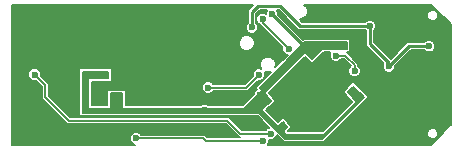
<source format=gbl>
G04 (created by PCBNEW (2013-07-07 BZR 4022)-stable) date 15/02/2015 15:21:00*
%MOIN*%
G04 Gerber Fmt 3.4, Leading zero omitted, Abs format*
%FSLAX34Y34*%
G01*
G70*
G90*
G04 APERTURE LIST*
%ADD10C,0.00590551*%
%ADD11C,0.024*%
%ADD12C,0.023622*%
%ADD13C,0.01*%
%ADD14C,0.00598425*%
G04 APERTURE END LIST*
G54D10*
G54D11*
X34842Y-17322D03*
X35826Y-19881D03*
X40551Y-19094D03*
X32795Y-17913D03*
X27874Y-20157D03*
X29094Y-19960D03*
X29645Y-19960D03*
X29488Y-18582D03*
X29488Y-18149D03*
X29173Y-18897D03*
X31141Y-17519D03*
X31220Y-17125D03*
X31181Y-17913D03*
X34015Y-18937D03*
X33188Y-19960D03*
X41181Y-19094D03*
X41023Y-20118D03*
X29055Y-16456D03*
X37283Y-18779D03*
X36889Y-19173D03*
X37677Y-19173D03*
X37677Y-18385D03*
X36889Y-18385D03*
X37283Y-17992D03*
X37283Y-19566D03*
X38070Y-18779D03*
X36496Y-18779D03*
X29527Y-19370D03*
X38385Y-20000D03*
X40433Y-17007D03*
X41023Y-16181D03*
G54D12*
X30905Y-18937D03*
X33858Y-19330D03*
X29881Y-18188D03*
X37283Y-17204D03*
X36102Y-16141D03*
X38346Y-17204D03*
X38818Y-18740D03*
X35708Y-18818D03*
X36377Y-19960D03*
X35433Y-16574D03*
X39370Y-16535D03*
X41338Y-17204D03*
X40000Y-17874D03*
X36062Y-20118D03*
X28188Y-18149D03*
X38228Y-17519D03*
X38858Y-18031D03*
X35669Y-18149D03*
X33976Y-18582D03*
X35787Y-16299D03*
X36653Y-17283D03*
X39251Y-18149D03*
X31574Y-20275D03*
X35787Y-20354D03*
G54D13*
X37283Y-17204D02*
X37165Y-17204D01*
X37165Y-17204D02*
X36102Y-16141D01*
X37047Y-16535D02*
X38779Y-16535D01*
X37047Y-16535D02*
X36377Y-15866D01*
X36377Y-15866D02*
X35629Y-15866D01*
X35629Y-15866D02*
X35433Y-16062D01*
X35433Y-16062D02*
X35433Y-16574D01*
X38779Y-16535D02*
X39370Y-16535D01*
X38779Y-16535D02*
X38779Y-16535D01*
X40000Y-17874D02*
X40000Y-17755D01*
X39370Y-17125D02*
X39370Y-16535D01*
X40000Y-17755D02*
X39370Y-17125D01*
X40669Y-17204D02*
X41338Y-17204D01*
X40000Y-17874D02*
X40669Y-17204D01*
G54D14*
X29330Y-19685D02*
X34606Y-19685D01*
X35039Y-20118D02*
X36062Y-20118D01*
X34606Y-19685D02*
X35039Y-20118D01*
X28188Y-18149D02*
X28543Y-18503D01*
X29330Y-19685D02*
X28543Y-18897D01*
X28543Y-18897D02*
X28543Y-18503D01*
X38228Y-17519D02*
X38543Y-17519D01*
X38543Y-17519D02*
X38858Y-17834D01*
X38858Y-18031D02*
X38858Y-17834D01*
X35236Y-18582D02*
X35669Y-18149D01*
X33976Y-18582D02*
X35236Y-18582D01*
X35787Y-16417D02*
X35787Y-16299D01*
X36653Y-17283D02*
X35787Y-16417D01*
X33897Y-20354D02*
X35787Y-20354D01*
X31574Y-20275D02*
X33818Y-20275D01*
X33818Y-20275D02*
X33897Y-20354D01*
G54D10*
G36*
X36633Y-17491D02*
X36214Y-17910D01*
X36232Y-17866D01*
X36232Y-17760D01*
X36192Y-17662D01*
X36117Y-17586D01*
X36019Y-17546D01*
X35912Y-17546D01*
X35814Y-17586D01*
X35739Y-17661D01*
X35698Y-17759D01*
X35698Y-17865D01*
X35734Y-17951D01*
X35710Y-17941D01*
X35628Y-17941D01*
X35551Y-17973D01*
X35525Y-17999D01*
X35525Y-17053D01*
X35485Y-16954D01*
X35410Y-16879D01*
X35311Y-16839D01*
X35205Y-16838D01*
X35107Y-16879D01*
X35032Y-16954D01*
X34991Y-17052D01*
X34991Y-17158D01*
X35032Y-17256D01*
X35107Y-17332D01*
X35205Y-17372D01*
X35311Y-17372D01*
X35409Y-17332D01*
X35484Y-17257D01*
X35525Y-17159D01*
X35525Y-17053D01*
X35525Y-17999D01*
X35493Y-18031D01*
X35461Y-18108D01*
X35461Y-18188D01*
X35186Y-18462D01*
X34150Y-18462D01*
X34094Y-18406D01*
X34017Y-18374D01*
X33935Y-18374D01*
X33858Y-18406D01*
X33800Y-18464D01*
X33768Y-18541D01*
X33768Y-18623D01*
X33800Y-18700D01*
X33858Y-18758D01*
X33934Y-18790D01*
X34017Y-18790D01*
X34093Y-18759D01*
X34150Y-18702D01*
X35236Y-18702D01*
X35236Y-18702D01*
X35282Y-18693D01*
X35282Y-18693D01*
X35320Y-18667D01*
X35630Y-18357D01*
X35710Y-18357D01*
X35786Y-18325D01*
X35845Y-18267D01*
X35877Y-18191D01*
X35877Y-18108D01*
X35855Y-18056D01*
X35912Y-18079D01*
X36018Y-18079D01*
X36063Y-18061D01*
X35542Y-18582D01*
X35598Y-18639D01*
X35591Y-18642D01*
X35532Y-18700D01*
X35500Y-18777D01*
X35500Y-18781D01*
X35120Y-19162D01*
X33983Y-19162D01*
X33976Y-19154D01*
X33899Y-19122D01*
X33817Y-19122D01*
X33740Y-19154D01*
X33732Y-19162D01*
X31231Y-19162D01*
X31231Y-18650D01*
X30618Y-18650D01*
X30618Y-19162D01*
X30089Y-19162D01*
X30089Y-18396D01*
X30759Y-18396D01*
X30759Y-17941D01*
X29674Y-17941D01*
X29674Y-18189D01*
X29673Y-18230D01*
X29674Y-18230D01*
X29674Y-19538D01*
X33858Y-19538D01*
X33899Y-19538D01*
X33899Y-19538D01*
X35632Y-19538D01*
X36009Y-19915D01*
X35945Y-19941D01*
X35888Y-19998D01*
X35088Y-19998D01*
X34690Y-19600D01*
X34652Y-19574D01*
X34606Y-19565D01*
X29380Y-19565D01*
X28662Y-18848D01*
X28662Y-18503D01*
X28653Y-18458D01*
X28653Y-18458D01*
X28640Y-18438D01*
X28627Y-18419D01*
X28627Y-18419D01*
X28396Y-18188D01*
X28396Y-18108D01*
X28365Y-18032D01*
X28306Y-17973D01*
X28230Y-17941D01*
X28147Y-17941D01*
X28071Y-17973D01*
X28012Y-18031D01*
X27981Y-18108D01*
X27981Y-18190D01*
X28012Y-18267D01*
X28071Y-18325D01*
X28147Y-18357D01*
X28227Y-18357D01*
X28423Y-18553D01*
X28423Y-18897D01*
X28432Y-18943D01*
X28458Y-18982D01*
X29246Y-19769D01*
X29246Y-19769D01*
X29265Y-19782D01*
X29284Y-19795D01*
X29284Y-19795D01*
X29330Y-19804D01*
X34556Y-19804D01*
X34954Y-20202D01*
X34954Y-20202D01*
X34993Y-20228D01*
X35023Y-20234D01*
X33947Y-20234D01*
X33903Y-20190D01*
X33864Y-20165D01*
X33818Y-20155D01*
X31749Y-20155D01*
X31692Y-20099D01*
X31616Y-20067D01*
X31533Y-20067D01*
X31457Y-20099D01*
X31398Y-20157D01*
X31366Y-20234D01*
X31366Y-20316D01*
X31398Y-20393D01*
X31456Y-20451D01*
X31527Y-20481D01*
X27432Y-20481D01*
X27432Y-15818D01*
X33582Y-15818D01*
X35480Y-15818D01*
X35334Y-15964D01*
X35303Y-16009D01*
X35293Y-16062D01*
X35293Y-16420D01*
X35256Y-16456D01*
X35225Y-16533D01*
X35225Y-16615D01*
X35256Y-16692D01*
X35315Y-16750D01*
X35391Y-16782D01*
X35474Y-16782D01*
X35550Y-16751D01*
X35609Y-16692D01*
X35640Y-16616D01*
X35640Y-16533D01*
X35609Y-16457D01*
X35572Y-16420D01*
X35572Y-16120D01*
X35687Y-16005D01*
X35944Y-16005D01*
X35926Y-16023D01*
X35894Y-16100D01*
X35894Y-16118D01*
X35828Y-16091D01*
X35746Y-16091D01*
X35669Y-16122D01*
X35611Y-16181D01*
X35579Y-16257D01*
X35579Y-16340D01*
X35611Y-16416D01*
X35669Y-16475D01*
X35690Y-16484D01*
X35690Y-16484D01*
X35702Y-16501D01*
X36445Y-17244D01*
X36445Y-17324D01*
X36477Y-17401D01*
X36535Y-17459D01*
X36612Y-17491D01*
X36633Y-17491D01*
X36633Y-17491D01*
G37*
G54D14*
X36633Y-17491D02*
X36214Y-17910D01*
X36232Y-17866D01*
X36232Y-17760D01*
X36192Y-17662D01*
X36117Y-17586D01*
X36019Y-17546D01*
X35912Y-17546D01*
X35814Y-17586D01*
X35739Y-17661D01*
X35698Y-17759D01*
X35698Y-17865D01*
X35734Y-17951D01*
X35710Y-17941D01*
X35628Y-17941D01*
X35551Y-17973D01*
X35525Y-17999D01*
X35525Y-17053D01*
X35485Y-16954D01*
X35410Y-16879D01*
X35311Y-16839D01*
X35205Y-16838D01*
X35107Y-16879D01*
X35032Y-16954D01*
X34991Y-17052D01*
X34991Y-17158D01*
X35032Y-17256D01*
X35107Y-17332D01*
X35205Y-17372D01*
X35311Y-17372D01*
X35409Y-17332D01*
X35484Y-17257D01*
X35525Y-17159D01*
X35525Y-17053D01*
X35525Y-17999D01*
X35493Y-18031D01*
X35461Y-18108D01*
X35461Y-18188D01*
X35186Y-18462D01*
X34150Y-18462D01*
X34094Y-18406D01*
X34017Y-18374D01*
X33935Y-18374D01*
X33858Y-18406D01*
X33800Y-18464D01*
X33768Y-18541D01*
X33768Y-18623D01*
X33800Y-18700D01*
X33858Y-18758D01*
X33934Y-18790D01*
X34017Y-18790D01*
X34093Y-18759D01*
X34150Y-18702D01*
X35236Y-18702D01*
X35236Y-18702D01*
X35282Y-18693D01*
X35282Y-18693D01*
X35320Y-18667D01*
X35630Y-18357D01*
X35710Y-18357D01*
X35786Y-18325D01*
X35845Y-18267D01*
X35877Y-18191D01*
X35877Y-18108D01*
X35855Y-18056D01*
X35912Y-18079D01*
X36018Y-18079D01*
X36063Y-18061D01*
X35542Y-18582D01*
X35598Y-18639D01*
X35591Y-18642D01*
X35532Y-18700D01*
X35500Y-18777D01*
X35500Y-18781D01*
X35120Y-19162D01*
X33983Y-19162D01*
X33976Y-19154D01*
X33899Y-19122D01*
X33817Y-19122D01*
X33740Y-19154D01*
X33732Y-19162D01*
X31231Y-19162D01*
X31231Y-18650D01*
X30618Y-18650D01*
X30618Y-19162D01*
X30089Y-19162D01*
X30089Y-18396D01*
X30759Y-18396D01*
X30759Y-17941D01*
X29674Y-17941D01*
X29674Y-18189D01*
X29673Y-18230D01*
X29674Y-18230D01*
X29674Y-19538D01*
X33858Y-19538D01*
X33899Y-19538D01*
X33899Y-19538D01*
X35632Y-19538D01*
X36009Y-19915D01*
X35945Y-19941D01*
X35888Y-19998D01*
X35088Y-19998D01*
X34690Y-19600D01*
X34652Y-19574D01*
X34606Y-19565D01*
X29380Y-19565D01*
X28662Y-18848D01*
X28662Y-18503D01*
X28653Y-18458D01*
X28653Y-18458D01*
X28640Y-18438D01*
X28627Y-18419D01*
X28627Y-18419D01*
X28396Y-18188D01*
X28396Y-18108D01*
X28365Y-18032D01*
X28306Y-17973D01*
X28230Y-17941D01*
X28147Y-17941D01*
X28071Y-17973D01*
X28012Y-18031D01*
X27981Y-18108D01*
X27981Y-18190D01*
X28012Y-18267D01*
X28071Y-18325D01*
X28147Y-18357D01*
X28227Y-18357D01*
X28423Y-18553D01*
X28423Y-18897D01*
X28432Y-18943D01*
X28458Y-18982D01*
X29246Y-19769D01*
X29246Y-19769D01*
X29265Y-19782D01*
X29284Y-19795D01*
X29284Y-19795D01*
X29330Y-19804D01*
X34556Y-19804D01*
X34954Y-20202D01*
X34954Y-20202D01*
X34993Y-20228D01*
X35023Y-20234D01*
X33947Y-20234D01*
X33903Y-20190D01*
X33864Y-20165D01*
X33818Y-20155D01*
X31749Y-20155D01*
X31692Y-20099D01*
X31616Y-20067D01*
X31533Y-20067D01*
X31457Y-20099D01*
X31398Y-20157D01*
X31366Y-20234D01*
X31366Y-20316D01*
X31398Y-20393D01*
X31456Y-20451D01*
X31527Y-20481D01*
X27432Y-20481D01*
X27432Y-15818D01*
X33582Y-15818D01*
X35480Y-15818D01*
X35334Y-15964D01*
X35303Y-16009D01*
X35293Y-16062D01*
X35293Y-16420D01*
X35256Y-16456D01*
X35225Y-16533D01*
X35225Y-16615D01*
X35256Y-16692D01*
X35315Y-16750D01*
X35391Y-16782D01*
X35474Y-16782D01*
X35550Y-16751D01*
X35609Y-16692D01*
X35640Y-16616D01*
X35640Y-16533D01*
X35609Y-16457D01*
X35572Y-16420D01*
X35572Y-16120D01*
X35687Y-16005D01*
X35944Y-16005D01*
X35926Y-16023D01*
X35894Y-16100D01*
X35894Y-16118D01*
X35828Y-16091D01*
X35746Y-16091D01*
X35669Y-16122D01*
X35611Y-16181D01*
X35579Y-16257D01*
X35579Y-16340D01*
X35611Y-16416D01*
X35669Y-16475D01*
X35690Y-16484D01*
X35690Y-16484D01*
X35702Y-16501D01*
X36445Y-17244D01*
X36445Y-17324D01*
X36477Y-17401D01*
X36535Y-17459D01*
X36612Y-17491D01*
X36633Y-17491D01*
G54D10*
G36*
X42055Y-19836D02*
X42048Y-19843D01*
X41644Y-20247D01*
X41644Y-20080D01*
X41644Y-16143D01*
X41616Y-16074D01*
X41563Y-16021D01*
X41494Y-15992D01*
X41419Y-15992D01*
X41350Y-16021D01*
X41297Y-16074D01*
X41268Y-16143D01*
X41268Y-16218D01*
X41297Y-16287D01*
X41349Y-16340D01*
X41419Y-16369D01*
X41493Y-16369D01*
X41563Y-16340D01*
X41616Y-16287D01*
X41644Y-16218D01*
X41644Y-16143D01*
X41644Y-20080D01*
X41616Y-20011D01*
X41563Y-19958D01*
X41494Y-19929D01*
X41419Y-19929D01*
X41350Y-19958D01*
X41297Y-20011D01*
X41268Y-20080D01*
X41268Y-20155D01*
X41297Y-20224D01*
X41349Y-20277D01*
X41419Y-20306D01*
X41493Y-20306D01*
X41563Y-20277D01*
X41616Y-20224D01*
X41644Y-20155D01*
X41644Y-20080D01*
X41644Y-20247D01*
X41411Y-20481D01*
X35954Y-20481D01*
X35963Y-20472D01*
X35995Y-20395D01*
X35995Y-20315D01*
X36021Y-20325D01*
X36104Y-20326D01*
X36180Y-20294D01*
X36239Y-20236D01*
X36265Y-20172D01*
X36498Y-20404D01*
X37832Y-20404D01*
X39339Y-18897D01*
X38818Y-18376D01*
X38455Y-18740D01*
X38770Y-19055D01*
X37797Y-20028D01*
X36634Y-20028D01*
X36780Y-19881D01*
X36456Y-19558D01*
X36299Y-19715D01*
X35914Y-19330D01*
X36229Y-19015D01*
X35993Y-18779D01*
X37204Y-17567D01*
X37440Y-17804D01*
X37832Y-17412D01*
X38047Y-17412D01*
X38020Y-17478D01*
X38020Y-17560D01*
X38052Y-17637D01*
X38110Y-17695D01*
X38186Y-17727D01*
X38269Y-17727D01*
X38345Y-17696D01*
X38402Y-17639D01*
X38493Y-17639D01*
X38725Y-17870D01*
X38682Y-17913D01*
X38650Y-17989D01*
X38650Y-18072D01*
X38681Y-18149D01*
X38740Y-18207D01*
X38816Y-18239D01*
X38899Y-18239D01*
X38975Y-18207D01*
X39034Y-18149D01*
X39066Y-18073D01*
X39066Y-17990D01*
X39034Y-17913D01*
X38977Y-17857D01*
X38977Y-17834D01*
X38977Y-17834D01*
X38968Y-17788D01*
X38942Y-17750D01*
X38942Y-17750D01*
X38627Y-17435D01*
X38594Y-17412D01*
X38711Y-17412D01*
X38711Y-16957D01*
X37167Y-16957D01*
X37141Y-16983D01*
X36310Y-16151D01*
X36310Y-16100D01*
X36278Y-16024D01*
X36260Y-16005D01*
X36320Y-16005D01*
X36948Y-16634D01*
X36993Y-16664D01*
X36993Y-16664D01*
X37047Y-16675D01*
X38779Y-16675D01*
X39215Y-16675D01*
X39230Y-16689D01*
X39230Y-17125D01*
X39240Y-17179D01*
X39271Y-17224D01*
X39817Y-17771D01*
X39792Y-17832D01*
X39792Y-17915D01*
X39823Y-17991D01*
X39882Y-18050D01*
X39958Y-18081D01*
X40041Y-18081D01*
X40117Y-18050D01*
X40176Y-17991D01*
X40207Y-17915D01*
X40207Y-17863D01*
X40727Y-17344D01*
X41184Y-17344D01*
X41220Y-17380D01*
X41297Y-17412D01*
X41379Y-17412D01*
X41456Y-17381D01*
X41514Y-17322D01*
X41546Y-17246D01*
X41546Y-17163D01*
X41514Y-17087D01*
X41456Y-17028D01*
X41380Y-16996D01*
X41297Y-16996D01*
X41220Y-17028D01*
X41184Y-17064D01*
X40669Y-17064D01*
X40615Y-17075D01*
X40570Y-17105D01*
X40059Y-17617D01*
X39509Y-17068D01*
X39509Y-16689D01*
X39546Y-16653D01*
X39577Y-16576D01*
X39577Y-16494D01*
X39546Y-16417D01*
X39487Y-16359D01*
X39411Y-16327D01*
X39328Y-16327D01*
X39252Y-16359D01*
X39215Y-16395D01*
X38779Y-16395D01*
X37105Y-16395D01*
X37021Y-16312D01*
X37079Y-16312D01*
X37177Y-16271D01*
X37252Y-16196D01*
X37293Y-16098D01*
X37293Y-15992D01*
X37252Y-15894D01*
X37177Y-15819D01*
X37175Y-15818D01*
X41411Y-15818D01*
X42055Y-16462D01*
X42055Y-19836D01*
X42055Y-19836D01*
G37*
G54D14*
X42055Y-19836D02*
X42048Y-19843D01*
X41644Y-20247D01*
X41644Y-20080D01*
X41644Y-16143D01*
X41616Y-16074D01*
X41563Y-16021D01*
X41494Y-15992D01*
X41419Y-15992D01*
X41350Y-16021D01*
X41297Y-16074D01*
X41268Y-16143D01*
X41268Y-16218D01*
X41297Y-16287D01*
X41349Y-16340D01*
X41419Y-16369D01*
X41493Y-16369D01*
X41563Y-16340D01*
X41616Y-16287D01*
X41644Y-16218D01*
X41644Y-16143D01*
X41644Y-20080D01*
X41616Y-20011D01*
X41563Y-19958D01*
X41494Y-19929D01*
X41419Y-19929D01*
X41350Y-19958D01*
X41297Y-20011D01*
X41268Y-20080D01*
X41268Y-20155D01*
X41297Y-20224D01*
X41349Y-20277D01*
X41419Y-20306D01*
X41493Y-20306D01*
X41563Y-20277D01*
X41616Y-20224D01*
X41644Y-20155D01*
X41644Y-20080D01*
X41644Y-20247D01*
X41411Y-20481D01*
X35954Y-20481D01*
X35963Y-20472D01*
X35995Y-20395D01*
X35995Y-20315D01*
X36021Y-20325D01*
X36104Y-20326D01*
X36180Y-20294D01*
X36239Y-20236D01*
X36265Y-20172D01*
X36498Y-20404D01*
X37832Y-20404D01*
X39339Y-18897D01*
X38818Y-18376D01*
X38455Y-18740D01*
X38770Y-19055D01*
X37797Y-20028D01*
X36634Y-20028D01*
X36780Y-19881D01*
X36456Y-19558D01*
X36299Y-19715D01*
X35914Y-19330D01*
X36229Y-19015D01*
X35993Y-18779D01*
X37204Y-17567D01*
X37440Y-17804D01*
X37832Y-17412D01*
X38047Y-17412D01*
X38020Y-17478D01*
X38020Y-17560D01*
X38052Y-17637D01*
X38110Y-17695D01*
X38186Y-17727D01*
X38269Y-17727D01*
X38345Y-17696D01*
X38402Y-17639D01*
X38493Y-17639D01*
X38725Y-17870D01*
X38682Y-17913D01*
X38650Y-17989D01*
X38650Y-18072D01*
X38681Y-18149D01*
X38740Y-18207D01*
X38816Y-18239D01*
X38899Y-18239D01*
X38975Y-18207D01*
X39034Y-18149D01*
X39066Y-18073D01*
X39066Y-17990D01*
X39034Y-17913D01*
X38977Y-17857D01*
X38977Y-17834D01*
X38977Y-17834D01*
X38968Y-17788D01*
X38942Y-17750D01*
X38942Y-17750D01*
X38627Y-17435D01*
X38594Y-17412D01*
X38711Y-17412D01*
X38711Y-16957D01*
X37167Y-16957D01*
X37141Y-16983D01*
X36310Y-16151D01*
X36310Y-16100D01*
X36278Y-16024D01*
X36260Y-16005D01*
X36320Y-16005D01*
X36948Y-16634D01*
X36993Y-16664D01*
X36993Y-16664D01*
X37047Y-16675D01*
X38779Y-16675D01*
X39215Y-16675D01*
X39230Y-16689D01*
X39230Y-17125D01*
X39240Y-17179D01*
X39271Y-17224D01*
X39817Y-17771D01*
X39792Y-17832D01*
X39792Y-17915D01*
X39823Y-17991D01*
X39882Y-18050D01*
X39958Y-18081D01*
X40041Y-18081D01*
X40117Y-18050D01*
X40176Y-17991D01*
X40207Y-17915D01*
X40207Y-17863D01*
X40727Y-17344D01*
X41184Y-17344D01*
X41220Y-17380D01*
X41297Y-17412D01*
X41379Y-17412D01*
X41456Y-17381D01*
X41514Y-17322D01*
X41546Y-17246D01*
X41546Y-17163D01*
X41514Y-17087D01*
X41456Y-17028D01*
X41380Y-16996D01*
X41297Y-16996D01*
X41220Y-17028D01*
X41184Y-17064D01*
X40669Y-17064D01*
X40615Y-17075D01*
X40570Y-17105D01*
X40059Y-17617D01*
X39509Y-17068D01*
X39509Y-16689D01*
X39546Y-16653D01*
X39577Y-16576D01*
X39577Y-16494D01*
X39546Y-16417D01*
X39487Y-16359D01*
X39411Y-16327D01*
X39328Y-16327D01*
X39252Y-16359D01*
X39215Y-16395D01*
X38779Y-16395D01*
X37105Y-16395D01*
X37021Y-16312D01*
X37079Y-16312D01*
X37177Y-16271D01*
X37252Y-16196D01*
X37293Y-16098D01*
X37293Y-15992D01*
X37252Y-15894D01*
X37177Y-15819D01*
X37175Y-15818D01*
X41411Y-15818D01*
X42055Y-16462D01*
X42055Y-19836D01*
G54D10*
G36*
X39170Y-18897D02*
X37782Y-20285D01*
X36547Y-20285D01*
X35681Y-19418D01*
X29793Y-19418D01*
X29793Y-18061D01*
X30639Y-18061D01*
X30639Y-18277D01*
X29970Y-18277D01*
X29970Y-19281D01*
X30738Y-19281D01*
X30738Y-18770D01*
X31111Y-18770D01*
X31111Y-19281D01*
X35169Y-19281D01*
X35790Y-18661D01*
X35711Y-18582D01*
X37217Y-17077D01*
X38592Y-17077D01*
X38592Y-17292D01*
X37782Y-17292D01*
X37440Y-17634D01*
X37204Y-17398D01*
X35823Y-18779D01*
X36060Y-19015D01*
X35745Y-19330D01*
X36299Y-19884D01*
X36456Y-19727D01*
X36611Y-19881D01*
X36453Y-20039D01*
X36562Y-20148D01*
X37847Y-20148D01*
X38939Y-19055D01*
X38624Y-18740D01*
X38818Y-18546D01*
X39170Y-18897D01*
X39170Y-18897D01*
G37*
G54D14*
X39170Y-18897D02*
X37782Y-20285D01*
X36547Y-20285D01*
X35681Y-19418D01*
X29793Y-19418D01*
X29793Y-18061D01*
X30639Y-18061D01*
X30639Y-18277D01*
X29970Y-18277D01*
X29970Y-19281D01*
X30738Y-19281D01*
X30738Y-18770D01*
X31111Y-18770D01*
X31111Y-19281D01*
X35169Y-19281D01*
X35790Y-18661D01*
X35711Y-18582D01*
X37217Y-17077D01*
X38592Y-17077D01*
X38592Y-17292D01*
X37782Y-17292D01*
X37440Y-17634D01*
X37204Y-17398D01*
X35823Y-18779D01*
X36060Y-19015D01*
X35745Y-19330D01*
X36299Y-19884D01*
X36456Y-19727D01*
X36611Y-19881D01*
X36453Y-20039D01*
X36562Y-20148D01*
X37847Y-20148D01*
X38939Y-19055D01*
X38624Y-18740D01*
X38818Y-18546D01*
X39170Y-18897D01*
M02*

</source>
